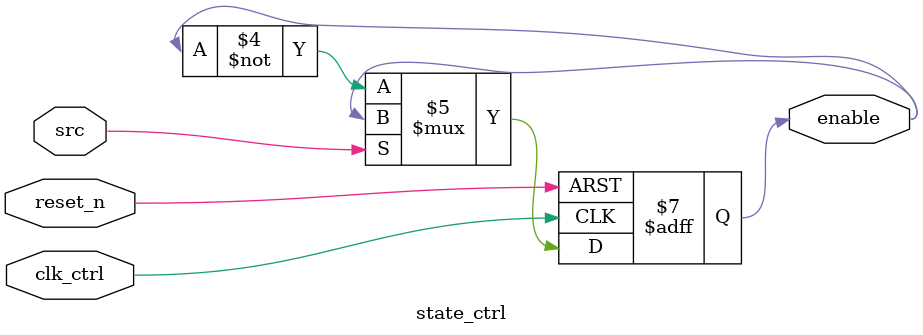
<source format=v>
`timescale 1ns / 1ps
module state_ctrl (
   // Enable signal switched only when source signal is triggered.
   output reg enable,

   // Source enable signal.
   input src,
   // Clock signal for controller.
   input clk_ctrl,
   // Reset signal.
   input reset_n
   );

   always @(posedge clk_ctrl or negedge reset_n) begin
      if ((!reset_n)) begin
         enable <= 1;
      end
      else begin
         if (src == 1'b0) begin
            enable <= (~enable);
         end
      end
   end
endmodule

</source>
